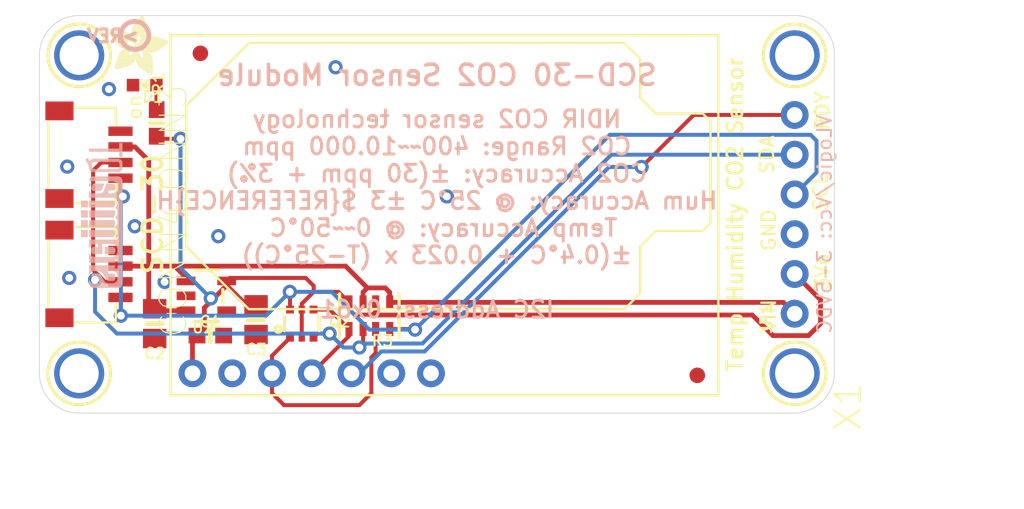
<source format=kicad_pcb>
(kicad_pcb (version 20211014) (generator pcbnew)
  (layers (0 "F.Cu" signal) (31 "B.Cu" signal) (34 "B.Paste" user) (35 "F.Paste" user) (36 "B.SilkS" user "B.Silkscreen") (37 "F.SilkS" user "F.Silkscreen") (38 "B.Mask" user) (39 "F.Mask" user) (44 "Edge.Cuts" user))
  (net 0 "")
  (net 1 "GND")
  (net 2 "SDA")
  (net 3 "SCL")
  (net 4 "SCL_3V")
  (net 5 "SDA_3V")
  (net 6 "3.3V")
  (net 7 "VCC")
  (net 8 "N$1")
  (net 9 "RDY")
  (footprint "boardEagle:SOT363" (layer "F.Cu") (at 139.864713 111.989007)
    (fp_text reference "Q2" (at 1.651 -0.127) (layer "F.SilkS") (effects (font (size 0.692831 0.692831) (thickness 0.119969)) (justify left)))
    (fp_text value "BSS138")
    (pad "1" smd rect (at -0.75 0.9) (size 0.5 0.5) (layers "F.Cu" "F.Paste" "F.Mask") (net 4 "SCL_3V"))
    (pad "2" smd rect (at 0 0.9) (size 0.4 0.5) (layers "F.Cu" "F.Paste" "F.Mask") (net 6 "3.3V"))
    (pad "3" smd rect (at 0.75 0.9) (size 0.5 0.5) (layers "F.Cu" "F.Paste" "F.Mask") (net 2 "SDA"))
    (pad "4" smd rect (at 0.75 -0.9) (size 0.5 0.5) (layers "F.Cu" "F.Paste" "F.Mask") (net 5 "SDA_3V"))
    (pad "5" smd rect (at 0 -0.9) (size 0.4 0.5) (layers "F.Cu" "F.Paste" "F.Mask") (net 6 "3.3V"))
    (pad "6" smd rect (at -0.75 -0.9) (size 0.5 0.5) (layers "F.Cu" "F.Paste" "F.Mask") (net 3 "SCL"))
  )
  (footprint "boardEagle:0805-NO" (layer "F.Cu") (at 130.466713 111.989007 -90)
    (fp_text reference "C2" (at 1.905 -0.762) (layer "F.SilkS") (effects (font (size 0.692831 0.692831) (thickness 0.119969)) (justify right)))
    (fp_text value "10uF")
    (pad "1" smd rect (at -0.95 0 270) (size 1.24 1.5) (layers "F.Cu" "F.Paste" "F.Mask") (net 7 "VCC"))
    (pad "2" smd rect (at 0.95 0 270) (size 1.24 1.5) (layers "F.Cu" "F.Paste" "F.Mask") (net 1 "GND"))
  )
  (footprint "boardEagle:JST_SH4" (layer "F.Cu") (at 125.767713 108.814007 -90)
    (fp_text reference "CONN4" (at -4.6 -5.9 90) (layer "F.SilkS") (effects (font (size 1.703222 1.703222) (thickness 0.074778)) (justify right)))
    (fp_text value "STEMMA_I2C_QT" hide)
    (pad "1" smd rect (at -1.5 -2.514) (size 1.55 0.6) (layers "F.Cu" "F.Paste" "F.Mask") (net 1 "GND"))
    (pad "2" smd rect (at -0.5 -2.514) (size 1.55 0.6) (layers "F.Cu" "F.Paste" "F.Mask") (net 7 "VCC"))
    (pad "3" smd rect (at 0.5 -2.514) (size 1.55 0.6) (layers "F.Cu" "F.Paste" "F.Mask") (net 2 "SDA"))
    (pad "4" smd rect (at 1.5 -2.514) (size 1.55 0.6) (layers "F.Cu" "F.Paste" "F.Mask") (net 3 "SCL"))
    (pad "MT1" smd rect (at -2.8 1.386) (size 1.8 1.2) (layers "F.Cu" "F.Paste" "F.Mask") (net 1 "GND"))
    (pad "MT2" smd rect (at 2.8 1.386) (size 1.8 1.2) (layers "F.Cu" "F.Paste" "F.Mask") (net 1 "GND"))
  )
  (footprint "boardEagle:ADAFRUIT_3.5MM" (layer "F.Cu") (at 127.545713 96.114007)
    (fp_text reference "U$22" hide)
    (fp_text value "" hide)
  )
  (footprint "boardEagle:SOT23-5" (layer "F.Cu") (at 133.768713 110.211007 -90)
    (fp_text reference "U2" (at 2.032 -0.562) (layer "F.SilkS") (effects (font (size 0.692831 0.692831) (thickness 0.119969)) (justify right)))
    (fp_text value "AP2112K-3.3")
    (pad "1" smd rect (at -0.95 1.3001 270) (size 0.55 1.2) (layers "F.Cu" "F.Paste" "F.Mask") (net 7 "VCC"))
    (pad "2" smd rect (at 0 1.3001 270) (size 0.55 1.2) (layers "F.Cu" "F.Paste" "F.Mask") (net 1 "GND"))
    (pad "3" smd rect (at 0.95 1.3001 270) (size 0.55 1.2) (layers "F.Cu" "F.Paste" "F.Mask") (net 7 "VCC"))
    (pad "4" smd rect (at 0.95 -1.3001 270) (size 0.55 1.2) (layers "F.Cu" "F.Paste" "F.Mask"))
    (pad "5" smd rect (at -0.95 -1.3001 270) (size 0.55 1.2) (layers "F.Cu" "F.Paste" "F.Mask") (net 6 "3.3V"))
  )
  (footprint "boardEagle:0805-NO" (layer "F.Cu") (at 136.943713 111.735007 -90)
    (fp_text reference "C3" (at 1.905 -0.762) (layer "F.SilkS") (effects (font (size 0.692831 0.692831) (thickness 0.119969)) (justify right)))
    (fp_text value "10uF")
    (pad "1" smd rect (at -0.95 0 270) (size 1.24 1.5) (layers "F.Cu" "F.Paste" "F.Mask") (net 6 "3.3V"))
    (pad "2" smd rect (at 0.95 0 270) (size 1.24 1.5) (layers "F.Cu" "F.Paste" "F.Mask") (net 1 "GND"))
  )
  (footprint "boardEagle:SCD30" (layer "F.Cu") (at 149.262713 105.131007 -90)
    (fp_text reference "X1" (at 10.5 -25.5 90) (layer "F.SilkS") (effects (font (size 1.647139 1.647139) (thickness 0.130861)) (justify right)))
    (fp_text value "SCD30")
    (pad "1" thru_hole circle (at 10.03 16.38 90) (size 1.778 1.778) (drill 1) (layers *.Cu *.Mask) (net 6 "3.3V"))
    (pad "2" thru_hole circle (at 10.03 13.84 90) (size 1.778 1.778) (drill 1) (layers *.Cu *.Mask) (net 1 "GND"))
    (pad "3" thru_hole circle (at 10.03 11.3 90) (size 1.778 1.778) (drill 1) (layers *.Cu *.Mask) (net 4 "SCL_3V"))
    (pad "4" thru_hole circle (at 10.03 8.76 90) (size 1.778 1.778) (drill 1) (layers *.Cu *.Mask) (net 5 "SDA_3V"))
    (pad "5" thru_hole circle (at 10.03 6.22 90) (size 1.778 1.778) (drill 1) (layers *.Cu *.Mask) (net 9 "RDY"))
    (pad "6" thru_hole circle (at 10.03 3.68 90) (size 1.778 1.778) (drill 1) (layers *.Cu *.Mask))
    (pad "7" thru_hole circle (at 10.03 1.14 90) (size 1.778 1.778) (drill 1) (layers *.Cu *.Mask))
  )
  (footprint "boardEagle:MOUNTINGHOLE_2.5_PLATED" (layer "F.Cu") (at 125.640713 115.164007)
    (fp_text reference "U$19" hide)
    (fp_text value "MOUNTINGHOLE2.5" hide)
    (pad "P$1" thru_hole circle (at 0 0) (size 3.2 3.2) (drill 2.5) (layers *.Cu *.Mask))
  )
  (footprint "boardEagle:0603-NO" (layer "F.Cu") (at 134.022713 112.751007)
    (fp_text reference "C1" (at -0.762 -0.889) (layer "F.SilkS") (effects (font (size 0.692831 0.692831) (thickness 0.119969)) (justify left)))
    (fp_text value "0.1uF")
    (pad "1" smd rect (at -0.85 0) (size 1.075 1) (layers "F.Cu" "F.Paste" "F.Mask") (net 6 "3.3V"))
    (pad "2" smd rect (at 0.85 0) (size 1.075 1) (layers "F.Cu" "F.Paste" "F.Mask") (net 1 "GND"))
  )
  (footprint "boardEagle:0603-NO" (layer "F.Cu") (at 130.593713 99.162007 90)
    (fp_text reference "R1" (at 1.778 0.127 90) (layer "F.SilkS") (effects (font (size 0.692831 0.692831) (thickness 0.119969)) (justify left)))
    (fp_text value "10K")
    (pad "1" smd rect (at -0.85 0 90) (size 1.075 1) (layers "F.Cu" "F.Paste" "F.Mask") (net 6 "3.3V"))
    (pad "2" smd rect (at 0.85 0 90) (size 1.075 1) (layers "F.Cu" "F.Paste" "F.Mask") (net 8 "N$1"))
  )
  (footprint "boardEagle:MOUNTINGHOLE_2.5_PLATED" (layer "F.Cu") (at 125.640713 94.844007)
    (fp_text reference "U$1" hide)
    (fp_text value "MOUNTINGHOLE2.5" hide)
    (pad "P$1" thru_hole circle (at 0 0) (size 3.2 3.2) (drill 2.5) (layers *.Cu *.Mask))
  )
  (footprint "boardEagle:MOUNTINGHOLE_2.5_PLATED" (layer "F.Cu") (at 171.360713 94.844007)
    (fp_text reference "U$17" hide)
    (fp_text value "MOUNTINGHOLE2.5" hide)
    (pad "P$1" thru_hole circle (at 0 0) (size 3.2 3.2) (drill 2.5) (layers *.Cu *.Mask))
  )
  (footprint "boardEagle:FIDUCIAL_1MM" (layer "F.Cu") (at 165.137713 115.291007)
    (fp_text reference "FID3" hide)
    (fp_text value "FIDUCIAL_1MM" hide)
    (pad "1" smd roundrect (at 0 0) (size 1 1) (layers "F.Cu" "F.Mask") (roundrect_rratio 0.5))
  )
  (footprint "boardEagle:1X06_ROUND_70" (layer "F.Cu") (at 171.360713 105.004007 90)
    (fp_text reference "JP1" (at -7.6962 -1.8288 90) (layer "F.SilkS") (effects (font (size 0.692831 0.692831) (thickness 0.119969)) (justify left)))
    (fp_text value "")
    (pad "1" thru_hole circle (at -6.35 0 180) (size 1.778 1.778) (drill 1) (layers *.Cu *.Mask) (net 7 "VCC"))
    (pad "2" thru_hole circle (at -3.81 0 180) (size 1.778 1.778) (drill 1) (layers *.Cu *.Mask) (net 6 "3.3V"))
    (pad "3" thru_hole circle (at -1.27 0 180) (size 1.778 1.778) (drill 1) (layers *.Cu *.Mask) (net 1 "GND"))
    (pad "4" thru_hole circle (at 1.27 0 180) (size 1.778 1.778) (drill 1) (layers *.Cu *.Mask) (net 3 "SCL"))
    (pad "5" thru_hole circle (at 3.81 0 180) (size 1.778 1.778) (drill 1) (layers *.Cu *.Mask) (net 2 "SDA"))
    (pad "6" thru_hole circle (at 6.35 0 180) (size 1.778 1.778) (drill 1) (layers *.Cu *.Mask) (net 9 "RDY"))
  )
  (footprint "boardEagle:CHIPLED_0603_NOOUTLINE" (layer "F.Cu") (at 129.831713 96.749007 90)
    (fp_text reference "D1" (at -0.762 1.27) (layer "F.SilkS") (effects (font (size 0.692831 0.692831) (thickness 0.119969)) (justify right)))
    (fp_text value "GREEN")
    (pad "A" smd rect (at 0 0.75 90) (size 0.8 0.8) (layers "F.Cu" "F.Paste" "F.Mask") (net 8 "N$1"))
    (pad "C" smd rect (at 0 -0.75 90) (size 0.8 0.8) (layers "F.Cu" "F.Paste" "F.Mask") (net 1 "GND"))
  )
  (footprint "boardEagle:JST_SH4" (layer "F.Cu") (at 125.767713 101.194007 -90)
    (fp_text reference "CONN3" (at -4.6 -5.9 90) (layer "F.SilkS") (effects (font (size 1.703222 1.703222) (thickness 0.074778)) (justify right)))
    (fp_text value "STEMMA_I2C_QT" hide)
    (pad "1" smd rect (at -1.5 -2.514) (size 1.55 0.6) (layers "F.Cu" "F.Paste" "F.Mask") (net 1 "GND"))
    (pad "2" smd rect (at -0.5 -2.514) (size 1.55 0.6) (layers "F.Cu" "F.Paste" "F.Mask") (net 7 "VCC"))
    (pad "3" smd rect (at 0.5 -2.514) (size 1.55 0.6) (layers "F.Cu" "F.Paste" "F.Mask") (net 2 "SDA"))
    (pad "4" smd rect (at 1.5 -2.514) (size 1.55 0.6) (layers "F.Cu" "F.Paste" "F.Mask") (net 3 "SCL"))
    (pad "MT1" smd rect (at -2.8 1.386) (size 1.8 1.2) (layers "F.Cu" "F.Paste" "F.Mask") (net 1 "GND"))
    (pad "MT2" smd rect (at 2.8 1.386) (size 1.8 1.2) (layers "F.Cu" "F.Paste" "F.Mask") (net 1 "GND"))
  )
  (footprint "boardEagle:FIDUCIAL_1MM" (layer "F.Cu") (at 133.387713 94.717007)
    (fp_text reference "FID4" hide)
    (fp_text value "FIDUCIAL_1MM" hide)
    (pad "1" smd roundrect (at 0 0) (size 1 1) (layers "F.Cu" "F.Mask") (roundrect_rratio 0.5))
  )
  (footprint "boardEagle:RESPACK_4X0603" (layer "F.Cu") (at 144.182713 111.481007 180)
    (fp_text reference "R3" (at -1.6 -1.6) (layer "F.SilkS") (effects (font (size 0.692831 0.692831) (thickness 0.119969)) (justify right)))
    (fp_text value "10K")
    (pad "1" smd rect (at -1.3 0.85 180) (size 0.45 0.9) (layers "F.Cu" "F.Paste" "F.Mask") (net 7 "VCC"))
    (pad "2" smd rect (at -0.4 0.85 180) (size 0.45 0.9) (layers "F.Cu" "F.Paste" "F.Mask") (net 6 "3.3V"))
    (pad "3" smd rect (at 0.4 0.85 180) (size 0.45 0.9) (layers "F.Cu" "F.Paste" "F.Mask") (net 7 "VCC"))
    (pad "4" smd rect (at 1.3 0.85 180) (size 0.45 0.9) (layers "F.Cu" "F.Paste" "F.Mask") (net 6 "3.3V"))
    (pad "5" smd rect (at 1.3 -0.85 180) (size 0.45 0.9) (layers "F.Cu" "F.Paste" "F.Mask") (net 5 "SDA_3V"))
    (pad "6" smd rect (at 0.4 -0.85 180) (size 0.45 0.9) (layers "F.Cu" "F.Paste" "F.Mask") (net 2 "SDA"))
    (pad "7" smd rect (at -0.4 -0.85 180) (size 0.45 0.9) (layers "F.Cu" "F.Paste" "F.Mask") (net 4 "SCL_3V"))
    (pad "8" smd rect (at -1.3 -0.85 180) (size 0.45 0.9) (layers "F.Cu" "F.Paste" "F.Mask") (net 3 "SCL"))
  )
  (footprint "boardEagle:MOUNTINGHOLE_2.5_PLATED" (layer "F.Cu") (at 171.360713 115.164007)
    (fp_text reference "U$21" hide)
    (fp_text value "MOUNTINGHOLE2.5" hide)
    (pad "P$1" thru_hole circle (at 0 0) (size 3.2 3.2) (drill 2.5) (layers *.Cu *.Mask))
  )
  (footprint "boardEagle:PCBFEAT-REV-040" (layer "B.Cu") (at 129.196713 93.574007 180)
    (fp_text reference "U$25" hide)
    (fp_text value "" hide)
    (fp_text user ">REV" (at -0.3556 -0.508) (layer "B.SilkS") (effects (font (size 0.8128 0.8128) (thickness 0.2032)) (justify left bottom mirror)))
  )
  (footprint "boardEagle:STEMMAQT" (layer "B.Cu") (at 125.767713 109.703007 90)
    (fp_text reference "U$30" hide)
    (fp_text value "" hide)
  )
  (gr_line (start 173.900713 115.037007) (end 173.900713 94.717007) (layer "Edge.Cuts") (width 0.05))
  (gr_line (start 125.640713 117.704007) (end 171.360713 117.704007) (layer "Edge.Cuts") (width 0.05))
  (gr_arc (start 123.100713 94.844007) (mid 123.844662 93.047956) (end 125.640713 92.304007) (layer "Edge.Cuts") (width 0.05))
  (gr_arc (start 171.360713 92.304007) (mid 173.130462 92.984456) (end 173.900713 94.717007) (layer "Edge.Cuts") (width 0.05))
  (gr_line (start 171.360713 92.304007) (end 125.640713 92.304007) (layer "Edge.Cuts") (width 0.05))
  (gr_arc (start 173.900713 115.037007) (mid 173.183067 116.896558) (end 171.360713 117.704007) (layer "Edge.Cuts") (width 0.05))
  (gr_arc (start 125.640713 117.704007) (mid 123.844662 116.960058) (end 123.100713 115.164007) (layer "Edge.Cuts") (width 0.05))
  (gr_line (start 123.100713 94.844007) (end 123.100713 115.164007) (layer "Edge.Cuts") (width 0.05))
  (gr_text "NDIR CO2 sensor technology\nCO2 Range: 400~~10.000 ppm\nCO2 Accuracy: ±(30 ppm + 3%)\nHum Accuracy: @ 25°C ±3 %RH\nTemp Accuracy: @ 0~~50°C \n±(0.4°C + 0.023 x (T-25°C))\n\nI2C Address: 0x61" (at 148.500713 105.004007) (layer "B.SilkS") (effects (font (size 1.0795 1.0795) (thickness 0.1905)) (justify mirror)))
  (gr_text "VLogic/Vcc: 3-5VDC" (at 173.265713 105.639007 -270) (layer "B.SilkS") (effects (font (size 0.89408 0.89408) (thickness 0.12192)) (justify mirror)))
  (gr_text "SCD-30 CO2 Sensor Module" (at 148.500713 96.114007) (layer "B.SilkS") (effects (font (size 1.2954 1.2954) (thickness 0.2286)) (justify mirror)))
  (gr_text "SCD-30" (at 130.339713 105.004007 90) (layer "F.SilkS") (effects (font (size 1.25222 1.25222) (thickness 0.22098))))
  (gr_text "3Vo" (at 173.138713 108.687007 90) (layer "F.SilkS") (effects (font (size 0.87376 0.87376) (thickness 0.14224))))
  (gr_text "RDY" (at 173.138713 98.400007 90) (layer "F.SilkS") (effects (font (size 0.87376 0.87376) (thickness 0.14224))))
  (gr_text "SCL" (at 173.011713 103.607007 90) (layer "F.SilkS") (effects (font (size 0.87376 0.87376) (thickness 0.14224))))
  (gr_text "Temp Humidity CO2 Sensor" (at 167.550713 105.004007 90) (layer "F.SilkS") (effects (font (size 0.97155 0.97155) (thickness 0.17145))))
  (gr_text "on" (at 129.704713 99.035007 90) (layer "F.SilkS") (effects (font (size 0.89408 0.89408) (thickness 0.12192)) (justify left bottom)))
  (gr_text "SDA" (at 169.582713 101.194007 90) (layer "F.SilkS") (effects (font (size 0.87376 0.87376) (thickness 0.14224))))
  (gr_text "VIN" (at 169.709713 111.481007 90) (layer "F.SilkS") (effects (font (size 0.87376 0.87376) (thickness 0.14224))))
  (gr_text "GND" (at 169.709713 106.020007 90) (layer "F.SilkS") (effects (font (size 0.87376 0.87376) (thickness 0.14224))))
  (via (at 149.135713 103.861007) (size 0.9064) (drill 0.5) (layers "F.Cu" "B.Cu") (net 1))
  (via (at 127.545713 97.003007) (size 0.9064) (drill 0.5) (layers "F.Cu" "B.Cu") (net 1))
  (via (at 142.023713 95.606007) (size 0.9064) (drill 0.5) (layers "F.Cu" "B.Cu") (net 1))
  (via (at 131.101713 109.322007) (size 0.9064) (drill 0.5) (layers "F.Cu" "B.Cu") (net 1))
  (via (at 134.530713 106.401007) (size 0.9064) (drill 0.5) (layers "F.Cu" "B.Cu") (net 1))
  (via (at 124.878713 101.956007) (size 0.9064) (drill 0.5) (layers "F.Cu" "B.Cu") (net 1))
  (via (at 125.005713 109.068007) (size 0.9064) (drill 0.5) (layers "F.Cu" "B.Cu") (net 1))
  (via (at 129.196713 105.766007) (size 0.9064) (drill 0.5) (layers "F.Cu" "B.Cu") (net 1))
  (segment (start 143.782713 113.347007) (end 143.782713 112.331007) (width 0.254) (layer "F.Cu") (net 2))
  (segment (start 140.879713 112.624007) (end 141.642713 112.624007) (width 0.254) (layer "F.Cu") (net 2))
  (segment (start 126.656713 109.195007) (end 126.910713 108.941007) (width 0.254) (layer "F.Cu") (net 2))
  (segment (start 126.910713 108.941007) (end 127.283713 109.314007) (width 0.254) (layer "F.Cu") (net 2))
  (segment (start 143.782713 112.331007) (end 143.782713 112.008007) (width 0.254) (layer "F.Cu") (net 2))
  (segment (start 126.529713 108.560007) (end 126.910713 108.941007) (width 0.254) (layer "F.Cu") (net 2))
  (segment (start 127.283713 109.314007) (end 128.281713 109.314007) (width 0.254) (layer "F.Cu") (net 2))
  (segment (start 128.281713 101.694007) (end 127.045713 101.694007) (width 0.254) (layer "F.Cu") (net 2))
  (segment (start 143.782713 113.347007) (end 143.616713 113.513007) (width 0.254) (layer "F.Cu") (net 2))
  (segment (start 126.529713 102.210007) (end 126.529713 108.560007) (width 0.254) (layer "F.Cu") (net 2))
  (segment (start 140.614713 112.889007) (end 140.879713 112.624007) (width 0.254) (layer "F.Cu") (net 2))
  (segment (start 143.547713 113.513007) (end 143.616713 113.513007) (width 0.254) (layer "F.Cu") (net 2))
  (segment (start 127.045713 101.694007) (end 126.529713 102.210007) (width 0.254) (layer "F.Cu") (net 2))
  (via (at 141.642713 112.624007) (size 0.9064) (drill 0.5) (layers "F.Cu" "B.Cu") (net 2))
  (via (at 126.656713 109.195007) (size 0.9064) (drill 0.5) (layers "F.Cu" "B.Cu") (net 2))
  (via (at 143.547713 113.513007) (size 0.9064) (drill 0.5) (layers "F.Cu" "B.Cu") (net 2))
  (segment (start 159.641613 101.194007) (end 171.360713 101.194007) (width 0.254) (layer "B.Cu") (net 2))
  (segment (start 128.053713 112.624007) (end 126.656713 111.227007) (width 0.254) (layer "B.Cu") (net 2))
  (segment (start 141.642713 112.624007) (end 142.531713 113.513007) (width 0.254) (layer "B.Cu") (net 2))
  (segment (start 143.547713 113.513007) (end 143.801713 113.259007) (width 0.254) (layer "B.Cu") (net 2))
  (segment (start 126.656713 111.227007) (end 126.656713 109.195007) (width 0.254) (layer "B.Cu") (net 2))
  (segment (start 147.576613 113.259007) (end 143.801713 113.259007) (width 0.254) (layer "B.Cu") (net 2))
  (segment (start 147.576613 113.259007) (end 159.641613 101.194007) (width 0.254) (layer "B.Cu") (net 2))
  (segment (start 142.531713 113.513007) (end 143.547713 113.513007) (width 0.254) (layer "B.Cu") (net 2))
  (segment (start 141.642713 112.624007) (end 128.053713 112.624007) (width 0.254) (layer "B.Cu") (net 2))
  (segment (start 128.281713 103.708007) (end 128.434713 103.861007) (width 0.254) (layer "F.Cu") (net 3))
  (segment (start 147.103713 112.370007) (end 147.064713 112.331007) (width 0.254) (layer "F.Cu") (net 3))
  (segment (start 128.307713 110.314007) (end 128.281713 110.314007) (width 0.254) (layer "F.Cu") (net 3))
  (segment (start 147.064713 112.331007) (end 145.482713 112.331007) (width 0.254) (layer "F.Cu") (net 3))
  (segment (start 139.114713 111.089007) (end 139.114713 109.969007) (width 0.254) (layer "F.Cu") (net 3))
  (segment (start 139.114713 109.969007) (end 139.102713 109.957007) (width 0.254) (layer "F.Cu") (net 3))
  (segment (start 128.307713 111.481007) (end 128.307713 110.314007) (width 0.254) (layer "F.Cu") (net 3))
  (segment (start 128.281713 102.694007) (end 128.281713 103.708007) (width 0.254) (layer "F.Cu") (net 3))
  (via (at 139.102713 109.957007) (size 0.9064) (drill 0.5) (layers "F.Cu" "B.Cu") (net 3))
  (via (at 147.103713 112.370007) (size 0.9064) (drill 0.5) (layers "F.Cu" "B.Cu") (net 3))
  (via (at 128.307713 111.481007) (size 0.9064) (drill 0.5) (layers "F.Cu" "B.Cu") (net 3))
  (via (at 128.434713 103.861007) (size 0.9064) (drill 0.5) (layers "F.Cu" "B.Cu") (net 3))
  (segment (start 159.549713 99.924007) (end 172.376713 99.924007) (width 0.254) (layer "B.Cu") (net 3))
  (segment (start 137.578713 111.481007) (end 139.102713 109.957007) (width 0.254) (layer "B.Cu") (net 3))
  (segment (start 128.307713 103.988007) (end 128.307713 111.481007) (width 0.254) (layer "B.Cu") (net 3))
  (segment (start 172.757713 100.305007) (end 172.757713 102.337007) (width 0.254) (layer "B.Cu") (net 3))
  (segment (start 139.102713 109.957007) (end 141.769713 109.957007) (width 0.254) (layer "B.Cu") (net 3))
  (segment (start 147.103713 112.370007) (end 159.549713 99.924007) (width 0.254) (layer "B.Cu") (net 3))
  (segment (start 144.182713 112.370007) (end 141.769713 109.957007) (width 0.254) (layer "B.Cu") (net 3))
  (segment (start 128.307713 111.481007) (end 137.578713 111.481007) (width 0.254) (layer "B.Cu") (net 3))
  (segment (start 128.434713 103.861007) (end 128.307713 103.988007) (width 0.254) (layer "B.Cu") (net 3))
  (segment (start 172.757713 102.337007) (end 171.360713 103.734007) (width 0.254) (layer "B.Cu") (net 3))
  (segment (start 172.376713 99.924007) (end 172.757713 100.305007) (width 0.254) (layer "B.Cu") (net 3))
  (segment (start 144.182713 112.370007) (end 147.103713 112.370007) (width 0.254) (layer "B.Cu") (net 3))
  (segment (start 137.962713 114.041007) (end 139.114713 112.889007) (width 0.254) (layer "F.Cu") (net 4))
  (segment (start 144.582713 113.875007) (end 144.309713 114.148007) (width 0.254) (layer "F.Cu") (net 4))
  (segment (start 137.962713 116.431007) (end 137.962713 115.161007) (width 0.254) (layer "F.Cu") (net 4))
  (segment (start 144.309713 116.434007) (end 143.547713 117.196007) (width 0.254) (layer "F.Cu") (net 4))
  (segment (start 138.727713 117.196007) (end 137.962713 116.431007) (width 0.254) (layer "F.Cu") (net 4))
  (segment (start 143.547713 117.196007) (end 138.727713 117.196007) (width 0.254) (layer "F.Cu") (net 4))
  (segment (start 144.582713 112.331007) (end 144.582713 113.875007) (width 0.254) (layer "F.Cu") (net 4))
  (segment (start 144.309713 114.148007) (end 144.309713 116.434007) (width 0.254) (layer "F.Cu") (net 4))
  (segment (start 137.962713 115.161007) (end 137.962713 114.041007) (width 0.254) (layer "F.Cu") (net 4))
  (segment (start 141.640713 111.089007) (end 142.882713 112.331007) (width 0.254) (layer "F.Cu") (net 5))
  (segment (start 142.882713 112.781007) (end 142.882713 112.331007) (width 0.254) (layer "F.Cu") (net 5))
  (segment (start 140.502713 115.161007) (end 142.882713 112.781007) (width 0.254) (layer "F.Cu") (net 5))
  (segment (start 140.614713 111.089007) (end 141.640713 111.089007) (width 0.254) (layer "F.Cu") (net 5))
  (segment (start 142.208713 109.957007) (end 140.626713 109.957007) (width 0.254) (layer "F.Cu") (net 6))
  (segment (start 144.227113 111.436607) (end 144.252513 111.411207) (width 0.254) (layer "F.Cu") (net 6))
  (segment (start 133.172713 112.751007) (end 133.641713 112.282007) (width 0.3048) (layer "F.Cu") (net 6))
  (segment (start 143.223913 111.411207) (end 144.252513 111.411207) (width 0.254) (layer "F.Cu") (net 6))
  (segment (start 134.243806 110.370914) (end 134.055619 110.370914) (width 0.254) (layer "F.Cu") (net 6))
  (segment (start 133.641713 112.282007) (end 133.641713 110.973007) (width 0.3048) (layer "F.Cu") (net 6))
  (segment (start 173.011713 110.465007) (end 171.360713 108.814007) (width 0.3048) (layer "F.Cu") (net 6))
  (segment (start 130.759713 100.178007) (end 130.593713 100.012007) (width 0.254) (layer "F.Cu") (net 6))
  (segment (start 144.252513 111.411207) (end 144.379513 111.411207) (width 0.254) (layer "F.Cu") (net 6))
  (segment (start 144.227113 111.436607) (end 168.649313 111.436607) (width 0.3048) (layer "F.Cu") (net 6))
  (segment (start 135.068813 109.261007) (end 135.261813 109.068007) (width 0.254) (layer "F.Cu") (net 6))
  (segment (start 140.626713 109.957007) (end 139.864713 110.719007) (width 0.254) (layer "F.Cu") (net 6))
  (segment (start 168.649313 111.436607) (end 169.963713 112.751007) (width 0.3048) (layer "F.Cu") (net 6))
  (segment (start 142.882713 110.631007) (end 142.208713 109.957007) (width 0.254) (layer "F.Cu") (net 6))
  (segment (start 139.864713 110.719007) (end 139.864713 111.089007) (width 0.254) (layer "F.Cu") (net 6))
  (segment (start 135.068813 109.545907) (end 134.276713 110.338007) (width 0.3048) (layer "F.Cu") (net 6))
  (segment (start 132.882713 113.041007) (end 133.172713 112.751007) (width 0.3048) (layer "F.Cu") (net 6))
  (segment (start 173.011713 111.989007) (end 173.011713 110.465007) (width 0.3048) (layer "F.Cu") (net 6))
  (segment (start 142.882713 110.631007) (end 142.882713 111.070007) (width 0.254) (layer "F.Cu") (net 6))
  (segment (start 172.249713 112.751007) (end 173.011713 111.989007) (width 0.3048) (layer "F.Cu") (net 6))
  (segment (start 140.118713 109.068007) (end 140.626713 109.576007) (width 0.254) (layer "F.Cu") (net 6))
  (segment (start 136.307913 110.785007) (end 135.068813 109.545907) (width 0.3048) (layer "F.Cu") (net 6))
  (segment (start 132.882713 115.161007) (end 132.882713 113.041007) (width 0.3048) (layer "F.Cu") (net 6))
  (segment (start 144.379513 111.411207) (end 144.582713 111.208007) (width 0.254) (layer "F.Cu") (net 6))
  (segment (start 139.864713 112.889007) (end 139.864713 111.089007) (width 0.254) (layer "F.Cu") (net 6))
  (segment (start 134.276713 110.338007) (end 134.243806 110.370914) (width 0.254) (layer "F.Cu") (net 6))
  (segment (start 135.068813 109.261007) (end 135.068813 109.545907) (width 0.3048) (layer "F.Cu") (net 6))
  (segment (start 142.882713 111.070007) (end 143.223913 111.411207) (width 0.254) (layer "F.Cu") (net 6))
  (segment (start 140.626713 109.576007) (end 140.626713 109.957007) (width 0.254) (layer "F.Cu") (net 6))
  (segment (start 144.582713 111.208007) (end 144.582713 110.631007) (width 0.254) (layer "F.Cu") (net 6))
  (segment (start 135.261813 109.068007) (end 140.118713 109.068007) (width 0.254) (layer "F.Cu") (net 6))
  (segment (start 169.963713 112.751007) (end 172.249713 112.751007) (width 0.3048) (layer "F.Cu") (net 6))
  (segment (start 136.943713 110.785007) (end 136.307913 110.785007) (width 0.3048) (layer "F.Cu") (net 6))
  (segment (start 132.117713 100.178007) (end 130.759713 100.178007) (width 0.254) (layer "F.Cu") (net 6))
  (segment (start 134.276713 110.338007) (end 133.641713 110.973007) (width 0.3048) (layer "F.Cu") (net 6))
  (via (at 132.117713 100.178007) (size 0.9064) (drill 0.5) (layers "F.Cu" "B.Cu") (net 6))
  (via (at 134.055619 110.370914) (size 0.9064) (drill 0.5) (layers "F.Cu" "B.Cu") (net 6))
  (segment (start 134.055619 110.370914) (end 132.117713 108.433007) (width 0.254) (layer "B.Cu") (net 6))
  (segment (start 132.117713 108.433007) (end 132.117713 100.178007) (width 0.254) (layer "B.Cu") (net 6))
  (segment (start 170.637713 110.631007) (end 171.360713 111.354007) (width 0.3048) (layer "F.Cu") (net 7))
  (segment (start 143.782713 110.631007) (end 143.782713 109.976007) (width 0.3048) (layer "F.Cu") (net 7))
  (segment (start 145.482713 109.987007) (end 145.482713 110.631007) (width 0.3048) (layer "F.Cu") (net 7))
  (segment (start 130.588713 111.161007) (end 130.466713 111.039007) (width 0.3048) (layer "F.Cu") (net 7))
  (segment (start 130.085713 110.658007) (end 130.085713 108.314007) (width 0.3048) (layer "F.Cu") (net 7))
  (segment (start 130.085713 108.314007) (end 131.744713 108.314007) (width 0.3048) (layer "F.Cu") (net 7))
  (segment (start 142.666713 108.314007) (end 144.055713 109.703007) (width 0.3048) (layer "F.Cu") (net 7))
  (segment (start 131.744713 108.314007) (end 142.666713 108.314007) (width 0.3048) (layer "F.Cu") (net 7))
  (segment (start 131.744713 108.314007) (end 132.468613 109.037907) (width 0.3048) (layer "F.Cu") (net 7))
  (segment (start 130.085713 101.575007) (end 130.085713 108.314007) (width 0.3048) (layer "F.Cu") (net 7))
  (segment (start 143.782713 109.976007) (end 144.055713 109.703007) (width 0.3048) (layer "F.Cu") (net 7))
  (segment (start 145.482713 110.631007) (end 170.637713 110.631007) (width 0.3048) (layer "F.Cu") (net 7))
  (segment (start 144.055713 109.703007) (end 145.198713 109.703007) (width 0.3048) (layer "F.Cu") (net 7))
  (segment (start 145.198713 109.703007) (end 145.482713 109.987007) (width 0.3048) (layer "F.Cu") (net 7))
  (segment (start 132.468613 109.037907) (end 132.468613 109.261007) (width 0.3048) (layer "F.Cu") (net 7))
  (segment (start 129.204713 100.694007) (end 130.085713 101.575007) (width 0.3048) (layer "F.Cu") (net 7))
  (segment (start 132.468613 111.161007) (end 130.588713 111.161007) (width 0.3048) (layer "F.Cu") (net 7))
  (segment (start 128.281713 100.694007) (end 129.204713 100.694007) (width 0.3048) (layer "F.Cu") (net 7))
  (segment (start 130.466713 111.039007) (end 130.085713 110.658007) (width 0.3048) (layer "F.Cu") (net 7))
  (segment (start 128.281713 108.314007) (end 130.085713 108.314007) (width 0.3048) (layer "F.Cu") (net 7))
  (segment (start 130.581713 96.749007) (end 130.581713 98.300007) (width 0.254) (layer "F.Cu") (net 8))
  (segment (start 130.581713 98.300007) (end 130.593713 98.312007) (width 0.254) (layer "F.Cu") (net 8))
  (segment (start 161.581713 101.977407) (end 164.905113 98.654007) (width 0.254) (layer "F.Cu") (net 9))
  (segment (start 164.905113 98.654007) (end 171.360713 98.654007) (width 0.254) (layer "F.Cu") (net 9))
  (via (at 161.581713 101.977407) (size 0.9064) (drill 0.5) (layers "F.Cu" "B.Cu") (net 9))
  (segment (start 147.718194 113.764007) (end 159.504794 101.977407) (width 0.254) (layer "B.Cu") (net 9))
  (segment (start 159.504794 101.977407) (end 161.581713 101.977407) (width 0.254) (layer "B.Cu") (net 9))
  (segment (start 144.947713 113.764007) (end 143.550713 115.161007) (width 0.254) (layer "B.Cu") (net 9))
  (segment (start 147.718194 113.764007) (end 144.947713 113.764007) (width 0.254) (layer "B.Cu") (net 9))
  (segment (start 143.042713 115.161007) (end 143.550713 115.161007) (width 0.254) (layer "B.Cu") (net 9))
)
</source>
